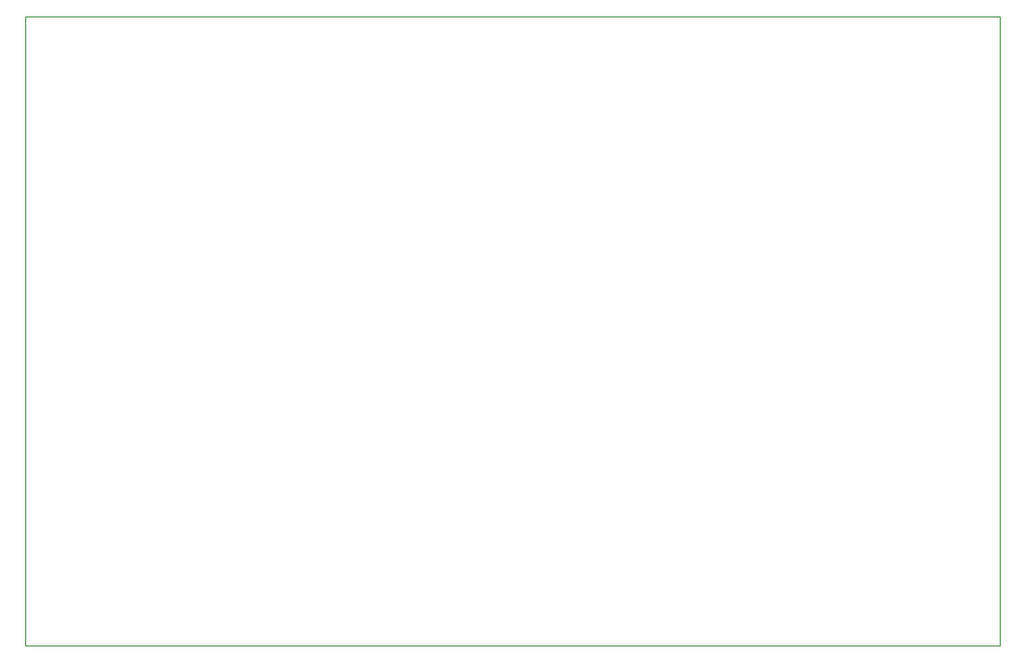
<source format=gm1>
%TF.GenerationSoftware,KiCad,Pcbnew,(5.1.2)-2*%
%TF.CreationDate,2022-12-09T13:09:16+05:30*%
%TF.ProjectId,mfrcReader,6d667263-5265-4616-9465-722e6b696361,rev?*%
%TF.SameCoordinates,Original*%
%TF.FileFunction,Profile,NP*%
%FSLAX46Y46*%
G04 Gerber Fmt 4.6, Leading zero omitted, Abs format (unit mm)*
G04 Created by KiCad (PCBNEW (5.1.2)-2) date 2022-12-09 13:09:16*
%MOMM*%
%LPD*%
G04 APERTURE LIST*
%ADD10C,0.100000*%
G04 APERTURE END LIST*
D10*
X167550000Y-127000000D02*
X82550000Y-127000000D01*
X167550000Y-72000000D02*
X167550000Y-127000000D01*
X82550000Y-72000000D02*
X167550000Y-72000000D01*
X82550000Y-127000000D02*
X82550000Y-72000000D01*
M02*

</source>
